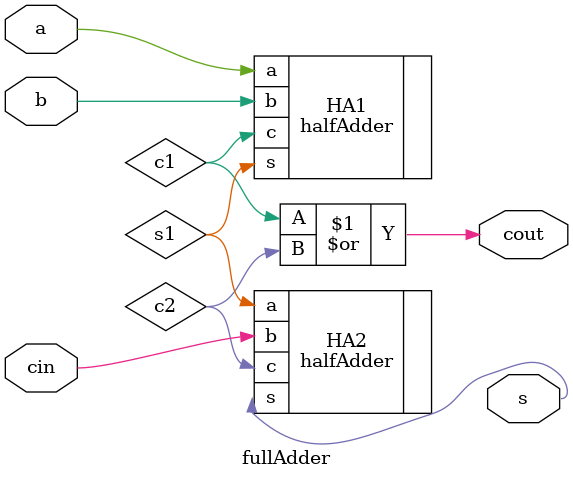
<source format=v>
`timescale 1ns / 1ps


module fullAdder(
    input a, b, cin,
    output s, cout
    );
    wire s, cout;
    wire s1;
    
    halfAdder HA1(.a(a),.b(b),.s(s1),.c(c1));
    halfAdder HA2(.a(s1),.b(cin),.s(s),.c(c2));
    
    assign cout = c1 | c2;
endmodule

</source>
